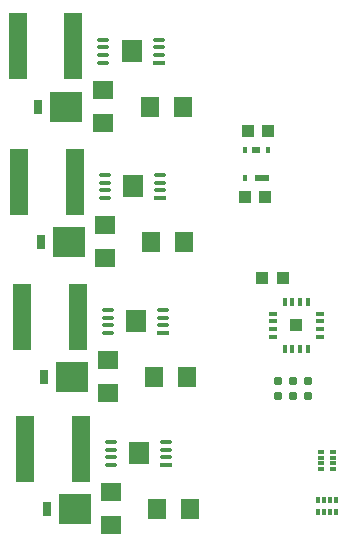
<source format=gtp>
G04 Layer_Color=8421504*
%FSLAX25Y25*%
%MOIN*%
G70*
G01*
G75*
%ADD10C,0.03100*%
%ADD11R,0.04331X0.01378*%
%ADD12O,0.04331X0.01378*%
%ADD13R,0.06693X0.07480*%
%ADD14R,0.06300X0.07100*%
%ADD15R,0.04400X0.04000*%
%ADD16R,0.03000X0.05000*%
%ADD17R,0.10500X0.10000*%
%ADD18R,0.06299X0.22441*%
%ADD19R,0.07100X0.06300*%
%ADD20R,0.01575X0.01969*%
%ADD21R,0.01181X0.01969*%
%ADD22R,0.01969X0.01575*%
%ADD23R,0.01969X0.01181*%
%ADD24R,0.02953X0.01969*%
%ADD25R,0.05118X0.01969*%
%ADD27R,0.01378X0.03150*%
%ADD28R,0.03150X0.01378*%
%ADD43R,0.03937X0.03937*%
D10*
X285820Y327650D02*
D03*
X290820Y322650D02*
D03*
X285820D02*
D03*
X280820Y327650D02*
D03*
Y322650D02*
D03*
X290820Y327650D02*
D03*
D11*
X241012Y433700D02*
D03*
X241500Y388512D02*
D03*
X242500Y343512D02*
D03*
X243500Y299512D02*
D03*
D12*
X241012Y436259D02*
D03*
Y438818D02*
D03*
Y441377D02*
D03*
X222508Y433700D02*
D03*
Y436259D02*
D03*
Y438818D02*
D03*
Y441377D02*
D03*
X241500Y391071D02*
D03*
Y393630D02*
D03*
Y396189D02*
D03*
X222996Y388512D02*
D03*
Y391071D02*
D03*
Y393630D02*
D03*
Y396189D02*
D03*
X242500Y346071D02*
D03*
Y348630D02*
D03*
Y351189D02*
D03*
X223996Y343512D02*
D03*
Y346071D02*
D03*
Y348630D02*
D03*
Y351189D02*
D03*
X243500Y302071D02*
D03*
Y304630D02*
D03*
Y307189D02*
D03*
X224996Y299512D02*
D03*
Y302071D02*
D03*
Y304630D02*
D03*
Y307189D02*
D03*
D13*
X231957Y437637D02*
D03*
X232445Y392449D02*
D03*
X233445Y347449D02*
D03*
X234445Y303449D02*
D03*
D14*
X240488Y284812D02*
D03*
X251600D02*
D03*
X239488Y328812D02*
D03*
X250600D02*
D03*
X238488Y373812D02*
D03*
X249600D02*
D03*
X238000Y419000D02*
D03*
X249112D02*
D03*
D15*
X270654Y411000D02*
D03*
X277400D02*
D03*
X269654Y389000D02*
D03*
X276400D02*
D03*
X282347Y362000D02*
D03*
X275600D02*
D03*
D16*
X203750Y285000D02*
D03*
X202750Y329000D02*
D03*
X201750Y374000D02*
D03*
X200750Y419000D02*
D03*
D17*
X213000Y285000D02*
D03*
X212000Y329000D02*
D03*
X211000Y374000D02*
D03*
X210000Y419000D02*
D03*
D18*
X196496Y305012D02*
D03*
X215000D02*
D03*
X195496Y349012D02*
D03*
X214000D02*
D03*
X194496Y394012D02*
D03*
X213000D02*
D03*
X194008Y439200D02*
D03*
X212512D02*
D03*
D19*
X225000Y290512D02*
D03*
Y279400D02*
D03*
X224000Y334512D02*
D03*
Y323400D02*
D03*
X223000Y379512D02*
D03*
Y368400D02*
D03*
X222512Y424700D02*
D03*
Y413588D02*
D03*
D20*
X294094Y287937D02*
D03*
Y284000D02*
D03*
X300000Y287937D02*
D03*
Y284000D02*
D03*
X277331Y404724D02*
D03*
X269850D02*
D03*
Y395276D02*
D03*
D21*
X296063Y287937D02*
D03*
Y284000D02*
D03*
X298031Y287937D02*
D03*
Y284000D02*
D03*
D22*
X295063Y298095D02*
D03*
X299000D02*
D03*
X295063Y304000D02*
D03*
X299000D02*
D03*
D23*
X295063Y300063D02*
D03*
X299000D02*
D03*
X295063Y302031D02*
D03*
X299000D02*
D03*
D24*
X273590Y404724D02*
D03*
D25*
X275559Y395276D02*
D03*
D27*
X283035Y354035D02*
D03*
X285595D02*
D03*
X288154D02*
D03*
X290713D02*
D03*
Y338287D02*
D03*
X288154D02*
D03*
X285595D02*
D03*
X283035D02*
D03*
D28*
X294748Y350000D02*
D03*
Y347441D02*
D03*
Y344882D02*
D03*
Y342323D02*
D03*
X279000D02*
D03*
Y344882D02*
D03*
Y347441D02*
D03*
Y350000D02*
D03*
D43*
X286874Y346063D02*
D03*
M02*

</source>
